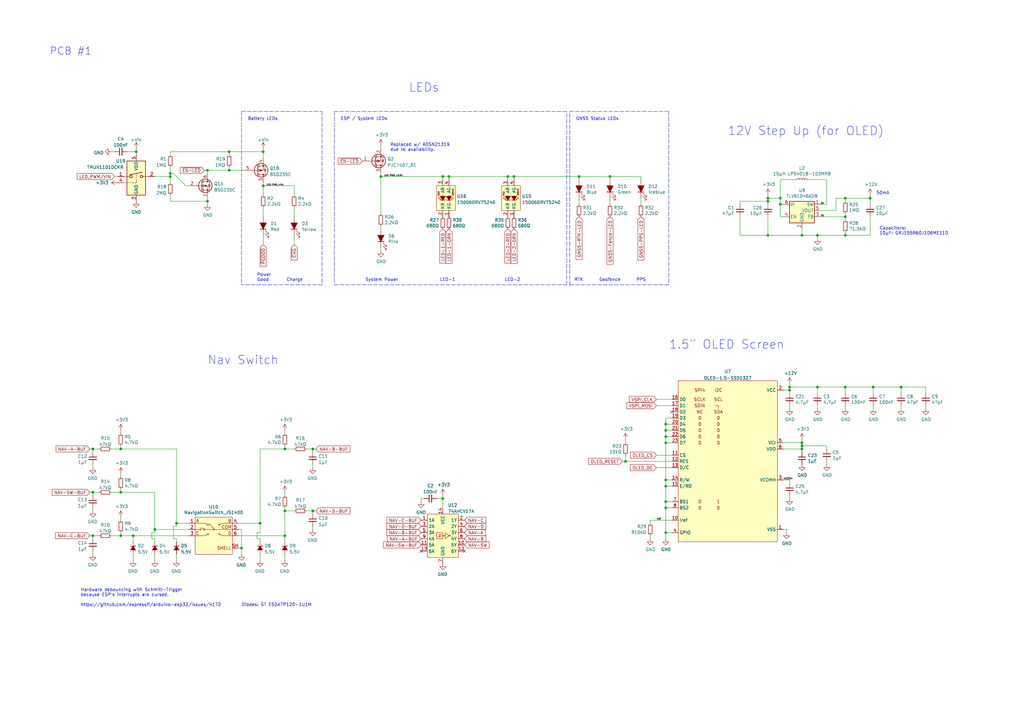
<source format=kicad_sch>
(kicad_sch (version 20211123) (generator eeschema)
  (paper "A3")
  (title_block (title "GNSS") (rev "B"))
  (junction (at 256.54 189.23))
  (junction (at 314.96 81.28))
  (junction (at 184.15 72.39))
  (junction (at 320.04 81.28))
  (junction (at 181.61 204.47))
  (junction (at 273.05 205.74))
  (junction (at 358.14 158.75))
  (junction (at 107.95 76.2))
  (junction (at 369.57 158.75))
  (junction (at 346.71 81.28))
  (junction (at 273.05 196.85))
  (junction (at 320.04 83.82))
  (junction (at 38.1 201.93))
  (junction (at 116.84 184.15))
  (junction (at 273.05 199.39))
  (junction (at 328.93 182.88))
  (junction (at 38.1 184.15))
  (junction (at 273.05 181.61))
  (junction (at 273.05 179.07))
  (junction (at 273.05 173.99))
  (junction (at 356.87 81.28))
  (junction (at 54.61 219.71))
  (junction (at 250.19 72.39))
  (junction (at 346.71 96.52))
  (junction (at 314.96 96.52))
  (junction (at 328.93 181.61))
  (junction (at 208.28 72.39))
  (junction (at 273.05 208.28))
  (junction (at 128.27 184.15))
  (junction (at 49.53 184.15))
  (junction (at 314.96 82.55))
  (junction (at 273.05 176.53))
  (junction (at 346.71 88.9))
  (junction (at 38.1 219.71))
  (junction (at 273.05 218.44))
  (junction (at 49.53 219.71))
  (junction (at 210.82 72.39))
  (junction (at 181.61 72.39))
  (junction (at 49.53 201.93))
  (junction (at 156.21 72.39))
  (junction (at 128.27 209.55))
  (junction (at 106.68 214.63))
  (junction (at 99.06 224.79))
  (junction (at 237.49 72.39))
  (junction (at 335.28 96.52))
  (junction (at 85.09 69.85))
  (junction (at 323.85 158.75))
  (junction (at 69.85 72.39))
  (junction (at 323.85 160.02))
  (junction (at 328.93 96.52))
  (junction (at 63.5 217.17))
  (junction (at 69.85 71.12))
  (junction (at 55.88 62.23))
  (junction (at 85.09 82.55))
  (junction (at 93.98 62.23))
  (junction (at 116.84 209.55))
  (junction (at 107.95 62.23))
  (junction (at 328.93 184.15))
  (junction (at 72.39 214.63))
  (junction (at 346.71 158.75))
  (junction (at 335.28 158.75))
  (junction (at 93.98 69.85))
  (junction (at 116.84 219.71))
  (no_connect (at 172.72 226.06))
  (no_connect (at 275.59 168.91))
  (no_connect (at 190.5 226.06))
  (wire (pts (xy 63.5 217.17) (xy 77.47 217.17)))
  (wire (pts (xy 208.28 72.39) (xy 208.28 73.66)))
  (wire (pts (xy 275.59 181.61) (xy 273.05 181.61)))
  (wire (pts (xy 49.53 201.93) (xy 63.5 201.93)))
  (wire (pts (xy 275.59 179.07) (xy 273.05 179.07)))
  (wire (pts (xy 335.28 158.75) (xy 346.71 158.75)))
  (wire (pts (xy 99.06 227.33) (xy 99.06 224.79)))
  (wire (pts (xy 275.59 213.36) (xy 266.7 213.36)))
  (wire (pts (xy 262.89 72.39) (xy 262.89 73.66)))
  (wire (pts (xy 107.95 85.09) (xy 107.95 88.9)))
  (wire (pts (xy 346.71 81.28) (xy 346.71 82.55)))
  (wire (pts (xy 184.15 72.39) (xy 208.28 72.39)))
  (wire (pts (xy 339.09 182.88) (xy 328.93 182.88)))
  (wire (pts (xy 256.54 186.69) (xy 256.54 189.23)))
  (wire (pts (xy 55.88 60.96) (xy 55.88 62.23)))
  (wire (pts (xy 105.41 220.98) (xy 105.41 218.44)))
  (wire (pts (xy 45.72 184.15) (xy 49.53 184.15)))
  (wire (pts (xy 275.59 199.39) (xy 273.05 199.39)))
  (wire (pts (xy 116.84 227.33) (xy 116.84 229.87)))
  (wire (pts (xy 275.59 171.45) (xy 273.05 171.45)))
  (wire (pts (xy 342.9 81.28) (xy 346.71 81.28)))
  (wire (pts (xy 314.96 81.28) (xy 320.04 81.28)))
  (wire (pts (xy 46.99 72.39) (xy 48.26 72.39)))
  (wire (pts (xy 63.5 222.25) (xy 63.5 220.98)))
  (wire (pts (xy 116.84 219.71) (xy 116.84 222.25)))
  (wire (pts (xy 369.57 167.64) (xy 369.57 166.37)))
  (wire (pts (xy 273.05 208.28) (xy 273.05 205.74)))
  (wire (pts (xy 97.79 214.63) (xy 106.68 214.63)))
  (wire (pts (xy 314.96 81.28) (xy 314.96 82.55)))
  (wire (pts (xy 106.68 222.25) (xy 106.68 220.98)))
  (wire (pts (xy 210.82 72.39) (xy 210.82 73.66)))
  (wire (pts (xy 49.53 184.15) (xy 72.39 184.15)))
  (wire (pts (xy 210.82 72.39) (xy 208.28 72.39)))
  (wire (pts (xy 45.72 62.23) (xy 46.99 62.23)))
  (wire (pts (xy 266.7 213.36) (xy 266.7 214.63)))
  (wire (pts (xy 342.9 86.36) (xy 342.9 81.28)))
  (wire (pts (xy 99.06 224.79) (xy 99.06 217.17)))
  (wire (pts (xy 38.1 184.15) (xy 38.1 185.42)))
  (wire (pts (xy 266.7 219.71) (xy 266.7 220.98)))
  (wire (pts (xy 179.07 204.47) (xy 181.61 204.47)))
  (wire (pts (xy 314.96 96.52) (xy 328.93 96.52)))
  (wire (pts (xy 273.05 171.45) (xy 273.05 173.99)))
  (wire (pts (xy 72.39 227.33) (xy 72.39 229.87)))
  (wire (pts (xy 69.85 71.12) (xy 69.85 72.39)))
  (wire (pts (xy 128.27 209.55) (xy 125.73 209.55)))
  (wire (pts (xy 156.21 72.39) (xy 181.61 72.39)))
  (wire (pts (xy 116.84 201.93) (xy 116.84 203.2)))
  (wire (pts (xy 72.39 214.63) (xy 72.39 215.9)))
  (wire (pts (xy 336.55 88.9) (xy 346.71 88.9)))
  (wire (pts (xy 358.14 167.64) (xy 358.14 166.37)))
  (wire (pts (xy 328.93 96.52) (xy 335.28 96.52)))
  (wire (pts (xy 49.53 194.31) (xy 49.53 195.58)))
  (wire (pts (xy 255.27 189.23) (xy 256.54 189.23)))
  (wire (pts (xy 38.1 184.15) (xy 36.83 184.15)))
  (wire (pts (xy 63.5 217.17) (xy 63.5 218.44)))
  (wire (pts (xy 40.64 184.15) (xy 38.1 184.15)))
  (wire (pts (xy 38.1 201.93) (xy 36.83 201.93)))
  (wire (pts (xy 339.09 184.15) (xy 339.09 182.88)))
  (wire (pts (xy 328.93 184.15) (xy 328.93 185.42)))
  (polyline (pts (xy 233.68 116.84) (xy 274.32 116.84)))
  (wire (pts (xy 275.59 176.53) (xy 273.05 176.53)))
  (wire (pts (xy 54.61 219.71) (xy 77.47 219.71)))
  (wire (pts (xy 85.09 82.55) (xy 85.09 81.28)))
  (wire (pts (xy 62.23 220.98) (xy 62.23 218.44)))
  (wire (pts (xy 328.93 182.88) (xy 328.93 184.15)))
  (wire (pts (xy 346.71 167.64) (xy 346.71 166.37)))
  (wire (pts (xy 181.61 203.2) (xy 181.61 204.47)))
  (wire (pts (xy 356.87 81.28) (xy 356.87 83.82)))
  (wire (pts (xy 38.1 209.55) (xy 38.1 208.28)))
  (wire (pts (xy 346.71 96.52) (xy 346.71 95.25)))
  (wire (pts (xy 346.71 88.9) (xy 346.71 87.63)))
  (wire (pts (xy 54.61 219.71) (xy 49.53 219.71)))
  (wire (pts (xy 336.55 86.36) (xy 342.9 86.36)))
  (wire (pts (xy 106.68 220.98) (xy 105.41 220.98)))
  (polyline (pts (xy 233.68 45.72) (xy 274.32 45.72)))
  (wire (pts (xy 335.28 167.64) (xy 335.28 166.37)))
  (wire (pts (xy 69.85 68.58) (xy 69.85 71.12)))
  (polyline (pts (xy 132.08 116.84) (xy 99.06 116.84)))
  (polyline (pts (xy 99.06 45.72) (xy 99.06 116.84)))
  (wire (pts (xy 107.95 76.2) (xy 107.95 80.01)))
  (wire (pts (xy 323.85 158.75) (xy 323.85 160.02)))
  (wire (pts (xy 93.98 68.58) (xy 93.98 69.85)))
  (wire (pts (xy 85.09 69.85) (xy 85.09 71.12)))
  (wire (pts (xy 128.27 184.15) (xy 129.54 184.15)))
  (polyline (pts (xy 99.06 45.72) (xy 132.08 45.72)))
  (wire (pts (xy 335.28 96.52) (xy 346.71 96.52)))
  (wire (pts (xy 323.85 167.64) (xy 323.85 166.37)))
  (polyline (pts (xy 232.41 116.84) (xy 232.41 45.72)))
  (wire (pts (xy 107.95 74.93) (xy 107.95 76.2)))
  (wire (pts (xy 116.84 209.55) (xy 116.84 219.71)))
  (wire (pts (xy 63.5 227.33) (xy 63.5 229.87)))
  (wire (pts (xy 172.72 204.47) (xy 172.72 205.74)))
  (wire (pts (xy 356.87 96.52) (xy 346.71 96.52)))
  (wire (pts (xy 116.84 177.8) (xy 116.84 176.53)))
  (wire (pts (xy 314.96 82.55) (xy 314.96 83.82)))
  (wire (pts (xy 106.68 184.15) (xy 106.68 214.63)))
  (wire (pts (xy 275.59 173.99) (xy 273.05 173.99)))
  (wire (pts (xy 184.15 72.39) (xy 181.61 72.39)))
  (wire (pts (xy 323.85 204.47) (xy 323.85 203.2)))
  (wire (pts (xy 323.85 160.02) (xy 323.85 161.29)))
  (wire (pts (xy 120.65 85.09) (xy 120.65 88.9)))
  (wire (pts (xy 356.87 88.9) (xy 356.87 96.52)))
  (wire (pts (xy 273.05 205.74) (xy 275.59 205.74)))
  (wire (pts (xy 120.65 76.2) (xy 120.65 80.01)))
  (wire (pts (xy 358.14 158.75) (xy 358.14 161.29)))
  (wire (pts (xy 63.5 220.98) (xy 62.23 220.98)))
  (wire (pts (xy 106.68 214.63) (xy 106.68 218.44)))
  (wire (pts (xy 379.73 158.75) (xy 379.73 161.29)))
  (wire (pts (xy 125.73 184.15) (xy 128.27 184.15)))
  (wire (pts (xy 55.88 62.23) (xy 55.88 63.5)))
  (wire (pts (xy 273.05 181.61) (xy 273.05 196.85)))
  (wire (pts (xy 128.27 215.9) (xy 128.27 217.17)))
  (wire (pts (xy 250.19 81.28) (xy 250.19 83.82)))
  (wire (pts (xy 173.99 204.47) (xy 172.72 204.47)))
  (polyline (pts (xy 274.32 45.72) (xy 274.32 116.84)))
  (wire (pts (xy 156.21 92.71) (xy 156.21 93.98)))
  (wire (pts (xy 256.54 189.23) (xy 275.59 189.23)))
  (wire (pts (xy 93.98 62.23) (xy 107.95 62.23)))
  (wire (pts (xy 339.09 83.82) (xy 339.09 73.66)))
  (wire (pts (xy 71.12 220.98) (xy 71.12 215.9)))
  (wire (pts (xy 184.15 72.39) (xy 184.15 73.66)))
  (wire (pts (xy 69.85 71.12) (xy 71.12 71.12)))
  (wire (pts (xy 273.05 173.99) (xy 273.05 176.53)))
  (wire (pts (xy 72.39 184.15) (xy 72.39 214.63)))
  (wire (pts (xy 321.31 83.82) (xy 320.04 83.82)))
  (wire (pts (xy 379.73 167.64) (xy 379.73 166.37)))
  (polyline (pts (xy 132.08 45.72) (xy 132.08 116.84)))
  (wire (pts (xy 262.89 81.28) (xy 262.89 83.82)))
  (wire (pts (xy 106.68 184.15) (xy 116.84 184.15)))
  (polyline (pts (xy 232.41 45.72) (xy 137.16 45.72)))
  (wire (pts (xy 69.85 62.23) (xy 69.85 63.5)))
  (wire (pts (xy 303.53 82.55) (xy 314.96 82.55)))
  (wire (pts (xy 322.58 218.44) (xy 322.58 217.17)))
  (wire (pts (xy 116.84 182.88) (xy 116.84 184.15)))
  (wire (pts (xy 237.49 72.39) (xy 250.19 72.39)))
  (wire (pts (xy 328.93 96.52) (xy 328.93 93.98)))
  (wire (pts (xy 72.39 220.98) (xy 71.12 220.98)))
  (wire (pts (xy 128.27 209.55) (xy 128.27 210.82)))
  (wire (pts (xy 237.49 72.39) (xy 237.49 73.66)))
  (wire (pts (xy 128.27 209.55) (xy 129.54 209.55)))
  (wire (pts (xy 156.21 59.69) (xy 156.21 60.96)))
  (wire (pts (xy 97.79 219.71) (xy 116.84 219.71)))
  (wire (pts (xy 369.57 158.75) (xy 369.57 161.29)))
  (wire (pts (xy 105.41 218.44) (xy 106.68 218.44)))
  (wire (pts (xy 273.05 179.07) (xy 273.05 181.61)))
  (wire (pts (xy 323.85 157.48) (xy 323.85 158.75)))
  (wire (pts (xy 273.05 199.39) (xy 273.05 205.74)))
  (wire (pts (xy 40.64 219.71) (xy 38.1 219.71)))
  (wire (pts (xy 273.05 220.98) (xy 273.05 218.44)))
  (wire (pts (xy 210.82 72.39) (xy 237.49 72.39)))
  (wire (pts (xy 120.65 96.52) (xy 120.65 100.33)))
  (wire (pts (xy 38.1 219.71) (xy 38.1 220.98)))
  (wire (pts (xy 250.19 72.39) (xy 262.89 72.39)))
  (wire (pts (xy 83.82 69.85) (xy 85.09 69.85)))
  (wire (pts (xy 256.54 180.34) (xy 256.54 181.61)))
  (wire (pts (xy 45.72 219.71) (xy 49.53 219.71)))
  (polyline (pts (xy 137.16 45.72) (xy 137.16 116.84)))
  (wire (pts (xy 69.85 82.55) (xy 69.85 80.01)))
  (wire (pts (xy 128.27 184.15) (xy 128.27 185.42)))
  (wire (pts (xy 275.59 218.44) (xy 273.05 218.44)))
  (wire (pts (xy 54.61 219.71) (xy 54.61 222.25)))
  (wire (pts (xy 54.61 227.33) (xy 54.61 229.87)))
  (wire (pts (xy 336.55 83.82) (xy 339.09 83.82)))
  (wire (pts (xy 99.06 224.79) (xy 97.79 224.79)))
  (wire (pts (xy 346.71 158.75) (xy 346.71 161.29)))
  (wire (pts (xy 38.1 227.33) (xy 38.1 226.06)))
  (wire (pts (xy 40.64 201.93) (xy 38.1 201.93)))
  (wire (pts (xy 38.1 201.93) (xy 38.1 203.2)))
  (wire (pts (xy 303.53 83.82) (xy 303.53 82.55)))
  (wire (pts (xy 335.28 158.75) (xy 335.28 161.29)))
  (wire (pts (xy 76.2 76.2) (xy 77.47 76.2)))
  (wire (pts (xy 49.53 200.66) (xy 49.53 201.93)))
  (wire (pts (xy 49.53 182.88) (xy 49.53 184.15)))
  (wire (pts (xy 269.24 191.77) (xy 275.59 191.77)))
  (wire (pts (xy 49.53 212.09) (xy 49.53 213.36)))
  (wire (pts (xy 303.53 88.9) (xy 303.53 96.52)))
  (wire (pts (xy 63.5 201.93) (xy 63.5 217.17)))
  (wire (pts (xy 269.24 186.69) (xy 275.59 186.69)))
  (wire (pts (xy 128.27 191.77) (xy 128.27 190.5)))
  (wire (pts (xy 269.24 163.83) (xy 275.59 163.83)))
  (wire (pts (xy 321.31 160.02) (xy 323.85 160.02)))
  (wire (pts (xy 273.05 208.28) (xy 275.59 208.28)))
  (wire (pts (xy 93.98 69.85) (xy 100.33 69.85)))
  (wire (pts (xy 38.1 219.71) (xy 36.83 219.71)))
  (wire (pts (xy 63.5 72.39) (xy 69.85 72.39)))
  (wire (pts (xy 106.68 227.33) (xy 106.68 229.87)))
  (wire (pts (xy 273.05 196.85) (xy 273.05 199.39)))
  (wire (pts (xy 322.58 217.17) (xy 321.31 217.17)))
  (polyline (pts (xy 233.68 116.84) (xy 233.68 45.72)))
  (wire (pts (xy 275.59 166.37) (xy 269.24 166.37)))
  (wire (pts (xy 358.14 158.75) (xy 369.57 158.75)))
  (wire (pts (xy 320.04 88.9) (xy 320.04 83.82)))
  (wire (pts (xy 346.71 81.28) (xy 356.87 81.28)))
  (wire (pts (xy 107.95 76.2) (xy 120.65 76.2)))
  (wire (pts (xy 273.05 218.44) (xy 273.05 208.28)))
  (wire (pts (xy 237.49 81.28) (xy 237.49 83.82)))
  (wire (pts (xy 120.65 184.15) (xy 116.84 184.15)))
  (wire (pts (xy 314.96 80.01) (xy 314.96 81.28)))
  (wire (pts (xy 323.85 158.75) (xy 335.28 158.75)))
  (wire (pts (xy 38.1 191.77) (xy 38.1 190.5)))
  (wire (pts (xy 273.05 176.53) (xy 273.05 179.07)))
  (wire (pts (xy 320.04 73.66) (xy 326.39 73.66)))
  (wire (pts (xy 49.53 218.44) (xy 49.53 219.71)))
  (wire (pts (xy 85.09 69.85) (xy 93.98 69.85)))
  (wire (pts (xy 72.39 222.25) (xy 72.39 220.98)))
  (wire (pts (xy 116.84 209.55) (xy 120.65 209.55)))
  (wire (pts (xy 328.93 181.61) (xy 328.93 182.88)))
  (wire (pts (xy 250.19 72.39) (xy 250.19 73.66)))
  (wire (pts (xy 181.61 204.47) (xy 181.61 208.28)))
  (wire (pts (xy 323.85 196.85) (xy 321.31 196.85)))
  (wire (pts (xy 156.21 71.12) (xy 156.21 72.39)))
  (wire (pts (xy 107.95 60.96) (xy 107.95 62.23)))
  (wire (pts (xy 346.71 88.9) (xy 346.71 90.17)))
  (wire (pts (xy 93.98 63.5) (xy 93.98 62.23)))
  (wire (pts (xy 181.61 72.39) (xy 181.61 73.66)))
  (wire (pts (xy 156.21 101.6) (xy 156.21 102.87)))
  (wire (pts (xy 314.96 88.9) (xy 314.96 96.52)))
  (wire (pts (xy 346.71 158.75) (xy 358.14 158.75)))
  (wire (pts (xy 71.12 215.9) (xy 72.39 215.9)))
  (wire (pts (xy 69.85 62.23) (xy 93.98 62.23)))
  (wire (pts (xy 45.72 201.93) (xy 49.53 201.93)))
  (wire (pts (xy 275.59 196.85) (xy 273.05 196.85)))
  (wire (pts (xy 107.95 62.23) (xy 107.95 64.77)))
  (wire (pts (xy 356.87 81.28) (xy 356.87 80.01)))
  (wire (pts (xy 321.31 88.9) (xy 320.04 88.9)))
  (wire (pts (xy 320.04 83.82) (xy 320.04 81.28)))
  (wire (pts (xy 49.53 176.53) (xy 49.53 177.8)))
  (wire (pts (xy 62.23 218.44) (xy 63.5 218.44)))
  (wire (pts (xy 320.04 73.66) (xy 320.04 81.28)))
  (wire (pts (xy 328.93 181.61) (xy 328.93 180.34)))
  (wire (pts (xy 85.09 83.82) (xy 85.09 82.55)))
  (wire (pts (xy 369.57 158.75) (xy 379.73 158.75)))
  (wire (pts (xy 99.06 217.17) (xy 97.79 217.17)))
  (wire (pts (xy 107.95 96.52) (xy 107.95 100.33)))
  (wire (pts (xy 339.09 73.66) (xy 331.47 73.66)))
  (wire (pts (xy 321.31 181.61) (xy 328.93 181.61)))
  (wire (pts (xy 335.28 97.79) (xy 335.28 96.52)))
  (wire (pts (xy 303.53 96.52) (xy 314.96 96.52)))
  (wire (pts (xy 69.85 82.55) (xy 85.09 82.55)))
  (wire (pts (xy 323.85 198.12) (xy 323.85 196.85)))
  (polyline (pts (xy 137.16 116.84) (xy 232.41 116.84)))
  (wire (pts (xy 76.2 76.2) (xy 71.12 71.12)))
  (wire (pts (xy 156.21 72.39) (xy 156.21 87.63)))
  (wire (pts (xy 339.09 189.23) (xy 339.09 190.5)))
  (wire (pts (xy 321.31 184.15) (xy 328.93 184.15)))
  (wire (pts (xy 69.85 72.39) (xy 69.85 74.93)))
  (wire (pts (xy 72.39 214.63) (xy 77.47 214.63)))
  (wire (pts (xy 116.84 208.28) (xy 116.84 209.55)))
  (wire (pts (xy 52.07 62.23) (xy 55.88 62.23)))
  (text "Hardware debouncing with Schmitt-Trigger\nbecause ESP's interrupts are cursed.\n\nhttps://github.com/espressif/arduino-esp32/issues/4172" (at 33.02 248.92 0) (effects (font (size 1.27 1.27)) (justify left bottom)))
  (text "Nav Switch" (at 85.09 149.86 0) (effects (font (size 3.5052 3.5052)) (justify left bottom)))
  (text "PCB #1" (at 20.32 22.86 0) (effects (font (size 3 3)) (justify left bottom)))
  (text "ESP / System LEDs" (at 139.7 49.53 0) (effects (font (size 1.27 1.27)) (justify left bottom)))
  (text "PPS" (at 260.985 115.57 0) (effects (font (size 1.27 1.27)) (justify left bottom)))
  (text "1.5” OLED Screen" (at 274.32 143.51 0) (effects (font (size 3.5052 3.5052)) (justify left bottom)))
  (text "RTK" (at 235.585 115.57 0) (effects (font (size 1.27 1.27)) (justify left bottom)))
  (text "System Power" (at 149.86 115.57 0) (effects (font (size 1.27 1.27)) (justify left bottom)))
  (text "Diodes: ST ESDA7P120-1U1M" (at 99.06 248.92 0) (effects (font (size 1.27 1.27)) (justify left bottom)))
  (text "50mA" (at 359.41 80.01 0) (effects (font (size 1.27 1.27)) (justify left bottom)))
  (text "Replaced w/ AOSN21319\ndue to availability." (at 160.02 62.23 0) (effects (font (size 1.27 1.27)) (justify left bottom)))
  (text "12V Step Up (for OLED)" (at 298.45 55.88 0) (effects (font (size 3.5052 3.5052)) (justify left bottom)))
  (text "Battery LEDs" (at 101.6 49.53 0) (effects (font (size 1.27 1.27)) (justify left bottom)))
  (text "Power\nGood" (at 105.41 115.57 0) (effects (font (size 1.27 1.27)) (justify left bottom)))
  (text "Charge" (at 117.475 115.57 0) (effects (font (size 1.27 1.27)) (justify left bottom)))
  (text "GNSS Status LEDs" (at 236.22 49.53 0) (effects (font (size 1.27 1.27)) (justify left bottom)))
  (text "Capacitors:\n10µF: GRJ155R60J106ME11D" (at 360.68 96.52 0) (effects (font (size 1.27 1.27)) (justify left bottom)))
  (text "LEDs" (at 167.64 38.1 0) (effects (font (size 3.5052 3.5052)) (justify left bottom)))
  (text "Geofence" (at 245.745 115.57 0) (effects (font (size 1.27 1.27)) (justify left bottom)))
  (text "LED-1" (at 180.34 115.57 0) (effects (font (size 1.27 1.27)) (justify left bottom)))
  (text "LED-2" (at 207.01 115.57 0) (effects (font (size 1.27 1.27)) (justify left bottom)))
  (label "Iref" (at 269.24 213.36 0) (effects (font (size 0.7112 0.7112))))
  (label "VCOMH" (at 321.31 196.85 0) (effects (font (size 0.7112 0.7112))))
  (label "LED-PWM_+Vin" (at 109.22 76.2 0) (effects (font (size 0.6 0.6))))
  (label "SW" (at 336.55 83.82 0) (effects (font (size 0.6 0.6))))
  (label "FB" (at 336.55 88.9 0) (effects (font (size 0.6 0.6))))
  (label "LED-PWM_+3.3V" (at 157.48 72.39 0) (effects (font (size 0.6 0.6))))
  (global_label "LED-2-GRN" (shape input) (at 210.82 93.98 270) (property "Intersheet References" "${INTERSHEET_REFS}" (effects hide)))
  (global_label "GNSS-Fence-LED" (shape input) (at 250.19 88.9 270) (property "Intersheet References" "${INTERSHEET_REFS}" (effects hide)))
  (global_label "NAV-B-BUF" (shape input) (at 172.72 218.44 180) (property "Intersheet References" "${INTERSHEET_REFS}" (effects hide)))
  (global_label "~{CHG}" (shape input) (at 120.65 100.33 270) (property "Intersheet References" "${INTERSHEET_REFS}" (effects hide)))
  (global_label "NAV-B" (shape input) (at 190.5 220.98 0) (property "Intersheet References" "${INTERSHEET_REFS}" (effects hide)))
  (global_label "NAV-D" (shape input) (at 190.5 215.9 0) (property "Intersheet References" "${INTERSHEET_REFS}" (effects hide)))
  (global_label "GNSS-PPS-LED" (shape input) (at 262.89 88.9 270) (property "Intersheet References" "${INTERSHEET_REFS}" (effects hide)))
  (global_label "NAV-D-BUF" (shape input) (at 129.54 209.55 0) (property "Intersheet References" "${INTERSHEET_REFS}" (effects hide)))
  (global_label "NAV-D-BUF" (shape input) (at 172.72 215.9 180) (property "Intersheet References" "${INTERSHEET_REFS}" (effects hide)))
  (global_label "NAV-A-BUF" (shape input) (at 36.83 184.15 180) (property "Intersheet References" "${INTERSHEET_REFS}" (effects hide)))
  (global_label "NAV-C" (shape input) (at 190.5 213.36 0) (property "Intersheet References" "${INTERSHEET_REFS}" (effects hide)))
  (global_label "GNSS-RTK-LED" (shape input) (at 237.49 88.9 270) (property "Intersheet References" "${INTERSHEET_REFS}" (effects hide)))
  (global_label "NAV-SW-BUF" (shape input) (at 172.72 223.52 180) (property "Intersheet References" "${INTERSHEET_REFS}" (effects hide)))
  (global_label "OLED_RESET" (shape input) (at 255.27 189.23 180) (property "Intersheet References" "${INTERSHEET_REFS}" (effects hide)))
  (global_label "~{EN-LED}" (shape input) (at 83.82 69.85 180) (property "Intersheet References" "${INTERSHEET_REFS}" (effects hide)))
  (global_label "OLED_CS" (shape input) (at 269.24 186.69 180) (property "Intersheet References" "${INTERSHEET_REFS}" (effects hide)))
  (global_label "VSPI_CLK" (shape input) (at 269.24 163.83 180) (property "Intersheet References" "${INTERSHEET_REFS}" (effects hide)))
  (global_label "LED-1-GRN" (shape input) (at 184.15 93.98 270) (property "Intersheet References" "${INTERSHEET_REFS}" (effects hide)))
  (global_label "VSPI_MOSI" (shape input) (at 269.24 166.37 180) (property "Intersheet References" "${INTERSHEET_REFS}" (effects hide)))
  (global_label "NAV-C-BUF" (shape input) (at 36.83 219.71 180) (property "Intersheet References" "${INTERSHEET_REFS}" (effects hide)))
  (global_label "NAV-A-BUF" (shape input) (at 172.72 220.98 180) (property "Intersheet References" "${INTERSHEET_REFS}" (effects hide)))
  (global_label "NAV-C-BUF" (shape input) (at 172.72 213.36 180) (property "Intersheet References" "${INTERSHEET_REFS}" (effects hide)))
  (global_label "OLED_DC" (shape input) (at 269.24 191.77 180) (property "Intersheet References" "${INTERSHEET_REFS}" (effects hide)))
  (global_label "NAV-B-BUF" (shape input) (at 129.54 184.15 0) (property "Intersheet References" "${INTERSHEET_REFS}" (effects hide)))
  (global_label "LED-1-RED" (shape input) (at 181.61 93.98 270) (property "Intersheet References" "${INTERSHEET_REFS}" (effects hide)))
  (global_label "NAV-A" (shape input) (at 190.5 218.44 0) (property "Intersheet References" "${INTERSHEET_REFS}" (effects hide)))
  (global_label "~{EN-LED}" (shape input) (at 148.59 66.04 180) (property "Intersheet References" "${INTERSHEET_REFS}" (effects hide)))
  (global_label "NAV-SW-BUF" (shape input) (at 36.83 201.93 180) (property "Intersheet References" "${INTERSHEET_REFS}" (effects hide)))
  (global_label "~{PGOOD}" (shape input) (at 107.95 100.33 270) (property "Intersheet References" "${INTERSHEET_REFS}" (effects hide)))
  (global_label "NAV-SW" (shape input) (at 190.5 223.52 0) (property "Intersheet References" "${INTERSHEET_REFS}" (effects hide)))
  (global_label "LED_PWM{slash}VIN" (shape input) (at 46.99 72.39 180) (property "Intersheet References" "${INTERSHEET_REFS}" (effects hide)))
  (global_label "LED-2-RED" (shape input) (at 208.28 93.98 270) (property "Intersheet References" "${INTERSHEET_REFS}" (effects hide)))
  (symbol (lib_id "Device:R_Small") (at 262.89 86.36 0) (unit 1)
    (property "Reference" "R32" (at 264.3886 85.1916 0) (effects (justify left)))
    (property "Value" "2.2kΩ" (at 264.3886 87.503 0) (effects (justify left)))
    (property "Footprint" "Franz-Lib:R_0402_1005Metric_NoSilk" (effects hide))
  )
  (symbol (lib_id "power:GND") (at 273.05 220.98 0) (unit 1)
    (property "Reference" "#PWR0136" (effects hide))
    (property "Value" "GND" (at 273.177 225.3742 0))
  )
  (symbol (lib_id "Device:R_Small") (at 93.98 66.04 0) (mirror x) (unit 1)
    (property "Reference" "R19" (at 92.4814 65.2053 0) (effects (justify right)))
    (property "Value" "1MΩ" (at 92.4814 67.7422 0) (effects (justify right)))
    (property "Footprint" "Franz-Lib:R_0402_1005Metric_NoSilk" (effects hide))
  )
  (symbol (lib_id "power:GND") (at 38.1 227.33 0) (mirror y) (unit 1)
    (property "Reference" "#PWR?" (effects hide))
    (property "Value" "GND" (at 37.973 231.7242 0))
  )
  (symbol (lib_id "Device:R_Small") (at 116.84 205.74 0) (mirror x) (unit 1)
    (property "Reference" "R7" (at 115.3414 204.5716 0) (effects (justify right)))
    (property "Value" "4.7kΩ" (at 115.3414 206.883 0) (effects (justify right)))
    (property "Footprint" "Franz-Lib:R_0402_1005Metric_NoSilk" (effects hide))
  )
  (symbol (lib_id "power:GND") (at 335.28 167.64 0) (unit 1)
    (property "Reference" "#PWR0144" (effects hide))
    (property "Value" "GND" (at 335.407 172.0342 0))
  )
  (symbol (lib_id "Device:C_Small") (at 128.27 213.36 0) (mirror y) (unit 1)
    (property "Reference" "C10" (at 130.5941 212.5316 0) (effects (justify right)))
    (property "Value" "1µF" (at 130.5941 215.0685 0) (effects (justify right)))
    (property "Footprint" "Franz-Lib:C_0402_1005Metric_NoSilk" (effects hide))
  )
  (symbol (lib_id "power:GND") (at 323.85 167.64 0) (unit 1)
    (property "Reference" "#PWR0139" (effects hide))
    (property "Value" "GND" (at 323.977 172.0342 0))
  )
  (symbol (lib_id "power:GND") (at 323.85 204.47 0) (unit 1)
    (property "Reference" "#PWR0140" (effects hide))
    (property "Value" "GND" (at 323.977 208.8642 0))
  )
  (symbol (lib_id "Device:C_Small") (at 49.53 62.23 90) (unit 1)
    (property "Reference" "C4" (at 49.5363 56.9681 90))
    (property "Value" "100nF" (at 49.5363 59.505 90))
    (property "Footprint" "Franz-Lib:C_0402_1005Metric_NoSilk" (effects hide))
  )
  (symbol (lib_id "Device:C_Small") (at 356.87 86.36 0) (unit 1)
    (property "Reference" "C27" (at 359.2068 85.1916 0) (effects (justify left)))
    (property "Value" "10µF" (at 359.2068 87.503 0) (effects (justify left)))
    (property "Footprint" "Franz-Lib:C_1206_3216Metric_NoSilk" (effects hide))
  )
  (symbol (lib_id "Franz-Lib:TVS_Small_Filled_Unidirectional") (at 106.68 224.79 270) (unit 1)
    (property "Reference" "D8" (at 108.458 223.8283 90) (effects (justify left)))
    (property "Value" "5.5V" (at 108.458 226.3652 90) (effects (justify left)))
    (property "Footprint" "Franz-Lib:ST_QFN1610_1_NoSilk" (effects hide))
    (property "Datasheet" "https://www.mouser.de/datasheet/2/389/dm00359316-1799152.pdf" (effects hide))
  )
  (symbol (lib_id "power:GND") (at 322.58 218.44 0) (unit 1)
    (property "Reference" "#PWR0156" (effects hide))
    (property "Value" "GND" (at 322.707 222.8342 0))
  )
  (symbol (lib_id "Device:C_Small") (at 303.53 86.36 0) (mirror x) (unit 1)
    (property "Reference" "C1" (at 301.1932 85.1916 0) (effects (justify right)))
    (property "Value" "47µF" (at 301.1932 87.503 0) (effects (justify right)))
    (property "Footprint" "Franz-Lib:C_1206_3216Metric_NoSilk" (effects hide))
  )
  (symbol (lib_id "Device:LED_ALT") (at 156.21 97.79 90) (unit 1)
    (property "Reference" "D6" (at 159.2072 96.7994 90) (effects (justify right)))
    (property "Value" "Pink" (at 159.2072 99.1108 90) (effects (justify right)))
    (property "Footprint" "Franz-Lib:LED_0603_1608Metric_SmallSilk" (effects hide))
  )
  (symbol (lib_id "Franz-Lib:TVS_Small_Filled_Unidirectional") (at 72.39 224.79 270) (unit 1)
    (property "Reference" "D5" (at 74.168 223.8283 90) (effects (justify left)))
    (property "Value" "5.5V" (at 74.168 226.3652 90) (effects (justify left)))
    (property "Footprint" "Franz-Lib:ST_QFN1610_1_NoSilk" (effects hide))
    (property "Datasheet" "https://www.mouser.de/datasheet/2/389/dm00359316-1799152.pdf" (effects hide))
  )
  (symbol (lib_id "power:GND") (at 116.84 229.87 0) (mirror y) (unit 1)
    (property "Reference" "#PWR0123" (effects hide))
    (property "Value" "GND" (at 116.713 234.2642 0))
  )
  (symbol (lib_id "power:GND") (at 181.61 231.14 0) (mirror y) (unit 1)
    (property "Reference" "#PWR0101" (effects hide))
    (property "Value" "GND" (at 181.483 235.5342 0))
  )
  (symbol (lib_id "power:GND") (at 358.14 167.64 0) (unit 1)
    (property "Reference" "#PWR0129" (effects hide))
    (property "Value" "GND" (at 358.267 172.0342 0))
  )
  (symbol (lib_id "power:+3.3V") (at 116.84 176.53 0) (unit 1)
    (property "Reference" "#PWR?" (effects hide))
    (property "Value" "+3.3V" (at 117.221 172.1358 0))
  )
  (symbol (lib_id "power:GND") (at 38.1 209.55 0) (mirror y) (unit 1)
    (property "Reference" "#PWR?" (effects hide))
    (property "Value" "GND" (at 37.973 213.9442 0))
  )
  (symbol (lib_id "Device:C_Small") (at 38.1 187.96 0) (unit 1)
    (property "Reference" "C12" (at 35.7759 187.1316 0) (effects (justify right)))
    (property "Value" "1µF" (at 35.7759 189.6685 0) (effects (justify right)))
    (property "Footprint" "Franz-Lib:C_0402_1005Metric_NoSilk" (effects hide))
  )
  (symbol (lib_id "Franz-Lib:TVS_Small_Filled_Unidirectional") (at 116.84 224.79 270) (unit 1)
    (property "Reference" "D9" (at 118.618 223.8283 90) (effects (justify left)))
    (property "Value" "5.5V" (at 118.618 226.3652 90) (effects (justify left)))
    (property "Footprint" "Franz-Lib:ST_QFN1610_1_NoSilk" (effects hide))
    (property "Datasheet" "https://www.mouser.de/datasheet/2/389/dm00359316-1799152.pdf" (effects hide))
  )
  (symbol (lib_id "Transistor_FET:BSD235C") (at 105.41 69.85 0) (unit 2)
    (property "Reference" "Q1" (at 110.617 69.0153 0) (effects (justify left)))
    (property "Value" "BSD235C" (at 110.617 71.5522 0) (effects (justify left)))
    (property "Footprint" "Package_TO_SOT_SMD:SOT-363_SC-70-6" (effects hide))
    (property "Datasheet" "https://www.infineon.com/dgdl/Infineon-BSD235C-DS-v02_04-EN.pdf?fileId=db3a30433580b371013585a2d0d53326" (effects hide))
  )
  (symbol (lib_id "Device:R_Small") (at 346.71 92.71 0) (unit 1)
    (property "Reference" "R28" (at 348.2086 91.5416 0) (effects (justify left)))
    (property "Value" "71.5kΩ" (at 348.2086 93.853 0) (effects (justify left)))
    (property "Footprint" "Franz-Lib:R_0402_1005Metric_NoSilk" (effects hide))
  )
  (symbol (lib_id "power:+12V") (at 323.85 157.48 0) (unit 1)
    (property "Reference" "#PWR0137" (effects hide))
    (property "Value" "+12V" (at 324.231 153.0858 0))
  )
  (symbol (lib_id "power:+3.3V") (at 116.84 201.93 0) (unit 1)
    (property "Reference" "#PWR?" (effects hide))
    (property "Value" "+3.3V" (at 117.221 197.5358 0))
  )
  (symbol (lib_id "power:+3.3V") (at 49.53 194.31 0) (unit 1)
    (property "Reference" "#PWR?" (effects hide))
    (property "Value" "+3.3V" (at 49.911 189.9158 0))
  )
  (symbol (lib_id "Device:C_Small") (at 38.1 205.74 0) (unit 1)
    (property "Reference" "C13" (at 35.7759 204.9116 0) (effects (justify right)))
    (property "Value" "1µF" (at 35.7759 207.4485 0) (effects (justify right)))
    (property "Footprint" "Franz-Lib:C_0402_1005Metric_NoSilk" (effects hide))
  )
  (symbol (lib_id "Franz-Lib:150060RV75240") (at 182.88 81.28 90) (unit 1)
    (property "Reference" "U16" (at 187.4012 80.4453 90) (effects (justify right)))
    (property "Value" "150060RV75240" (at 187.4012 82.9822 90) (effects (justify right)))
    (property "Footprint" "Franz-Lib:150060RV75240_Smaller" (effects hide))
    (property "Datasheet" "https://www.mouser.de/datasheet/2/445/150060RV75240-1714358.pdf" (effects hide))
  )
  (symbol (lib_id "Franz-Lib:TVS_Small_Filled_Unidirectional") (at 63.5 224.79 270) (unit 1)
    (property "Reference" "D4" (at 65.278 223.8283 90) (effects (justify left)))
    (property "Value" "5.5V" (at 65.278 226.3652 90) (effects (justify left)))
    (property "Footprint" "Franz-Lib:ST_QFN1610_1_NoSilk" (effects hide))
    (property "Datasheet" "https://www.mouser.de/datasheet/2/389/dm00359316-1799152.pdf" (effects hide))
  )
  (symbol (lib_id "power:GND") (at 99.06 227.33 0) (mirror y) (unit 1)
    (property "Reference" "#PWR0147" (effects hide))
    (property "Value" "GND" (at 98.933 231.7242 0))
  )
  (symbol (lib_id "Device:R_Small") (at 237.49 86.36 0) (unit 1)
    (property "Reference" "R31" (at 238.9886 85.1916 0) (effects (justify left)))
    (property "Value" "2.2kΩ" (at 238.9886 87.503 0) (effects (justify left)))
    (property "Footprint" "Franz-Lib:R_0402_1005Metric_NoSilk" (effects hide))
  )
  (symbol (lib_id "Device:C_Small") (at 346.71 163.83 0) (unit 1)
    (property "Reference" "C6" (at 349.0468 162.6616 0) (effects (justify left)))
    (property "Value" "100nF" (at 349.0468 164.973 0) (effects (justify left)))
    (property "Footprint" "Franz-Lib:C_0603_1608Metric_NoSilk" (effects hide))
  )
  (symbol (lib_id "Franz-Lib:OLED-1.5-SSD1327") (at 298.45 187.96 0) (unit 1)
    (property "Reference" "U7" (at 298.45 152.2943 0))
    (property "Value" "OLED-1.5-SSD1327" (at 298.45 155.0694 0))
    (property "Footprint" "Franz-Lib:OLED_SSD1327_1.5" (effects hide))
    (property "Datasheet" "https://www.waveshare.com/w/upload/c/c3/1.5inch_OLED_Specification.pdf" (effects hide))
  )
  (symbol (lib_id "Device:R_Small") (at 123.19 184.15 90) (unit 1)
    (property "Reference" "R16" (at 123.19 179.7136 90))
    (property "Value" "47kΩ" (at 123.19 182.2505 90))
    (property "Footprint" "Franz-Lib:R_0402_1005Metric_NoSilk" (effects hide))
  )
  (symbol (lib_id "Device:LED_ALT") (at 250.19 77.47 90) (unit 1)
    (property "Reference" "D10" (at 253.1872 76.4794 90) (effects (justify right)))
    (property "Value" "Green" (at 253.1872 78.7908 90) (effects (justify right)))
    (property "Footprint" "Franz-Lib:LED_0603_1608Metric_SmallSilk" (effects hide))
  )
  (symbol (lib_id "Device:R_Small") (at 123.19 209.55 90) (unit 1)
    (property "Reference" "R17" (at 123.19 205.1136 90))
    (property "Value" "47kΩ" (at 123.19 207.6505 90))
    (property "Footprint" "Franz-Lib:R_0402_1005Metric_NoSilk" (effects hide))
  )
  (symbol (lib_id "power:GND") (at 339.09 190.5 0) (unit 1)
    (property "Reference" "#PWR0146" (effects hide))
    (property "Value" "GND" (at 339.217 194.8942 0))
  )
  (symbol (lib_id "Device:R_Small") (at 256.54 184.15 0) (mirror y) (unit 1)
    (property "Reference" "R23" (at 255.0414 182.9816 0) (effects (justify left)))
    (property "Value" "10kΩ" (at 255.0414 185.293 0) (effects (justify left)))
    (property "Footprint" "Franz-Lib:R_0402_1005Metric_NoSilk" (effects hide))
  )
  (symbol (lib_id "power:GND") (at 128.27 191.77 0) (mirror y) (unit 1)
    (property "Reference" "#PWR?" (effects hide))
    (property "Value" "GND" (at 128.143 196.1642 0))
  )
  (symbol (lib_id "Device:C_Small") (at 323.85 163.83 0) (unit 1)
    (property "Reference" "C21" (at 326.1868 162.6616 0) (effects (justify left)))
    (property "Value" "4.7µF" (at 326.1868 164.973 0) (effects (justify left)))
    (property "Footprint" "Franz-Lib:C_1206_3216Metric_NoSilk" (effects hide))
  )
  (symbol (lib_id "Device:C_Small") (at 335.28 163.83 0) (unit 1)
    (property "Reference" "C3" (at 337.6168 162.6616 0) (effects (justify left)))
    (property "Value" "4.7µF" (at 337.6168 164.973 0) (effects (justify left)))
    (property "Footprint" "Franz-Lib:C_1206_3216Metric_NoSilk" (effects hide))
  )
  (symbol (lib_id "power:GND") (at 346.71 167.64 0) (unit 1)
    (property "Reference" "#PWR0145" (effects hide))
    (property "Value" "GND" (at 346.837 172.0342 0))
  )
  (symbol (lib_id "power:GND") (at 63.5 229.87 0) (mirror y) (unit 1)
    (property "Reference" "#PWR?" (effects hide))
    (property "Value" "GND" (at 63.373 234.2642 0))
  )
  (symbol (lib_id "Device:LED_ALT") (at 120.65 92.71 90) (unit 1)
    (property "Reference" "D3" (at 123.6472 91.7194 90) (effects (justify right)))
    (property "Value" "Yellow" (at 123.6472 94.0308 90) (effects (justify right)))
    (property "Footprint" "Franz-Lib:LED_0603_1608Metric_SmallSilk" (effects hide))
  )
  (symbol (lib_id "Device:R_Small") (at 49.53 180.34 180) (unit 1)
    (property "Reference" "R5" (at 51.0286 179.1716 0) (effects (justify right)))
    (property "Value" "4.7kΩ" (at 51.0286 181.483 0) (effects (justify right)))
    (property "Footprint" "Franz-Lib:R_0402_1005Metric_NoSilk" (effects hide))
  )
  (symbol (lib_id "power:+3.3V") (at 49.53 176.53 0) (unit 1)
    (property "Reference" "#PWR?" (effects hide))
    (property "Value" "+3.3V" (at 49.911 172.1358 0))
  )
  (symbol (lib_id "Device:R_Small") (at 156.21 90.17 0) (unit 1)
    (property "Reference" "R26" (at 157.7086 89.0016 0) (effects (justify left)))
    (property "Value" "2.2kΩ" (at 157.7086 91.313 0) (effects (justify left)))
    (property "Footprint" "Franz-Lib:R_0402_1005Metric_NoSilk" (effects hide))
  )
  (symbol (lib_id "power:GND") (at 266.7 220.98 0) (unit 1)
    (property "Reference" "#PWR0142" (effects hide))
    (property "Value" "GND" (at 266.827 225.3742 0))
  )
  (symbol (lib_id "power:+3.3V") (at 314.96 80.01 0) (unit 1)
    (property "Reference" "#PWR0130" (effects hide))
    (property "Value" "+3.3V" (at 315.341 75.6158 0))
  )
  (symbol (lib_id "Device:R_Small") (at 120.65 82.55 0) (unit 1)
    (property "Reference" "R4" (at 122.1486 81.3816 0) (effects (justify left)))
    (property "Value" "2.2kΩ" (at 122.1486 83.693 0) (effects (justify left)))
    (property "Footprint" "Franz-Lib:R_0402_1005Metric_NoSilk" (effects hide))
  )
  (symbol (lib_id "Device:R_Small") (at 250.19 86.36 0) (unit 1)
    (property "Reference" "R30" (at 251.6886 85.1916 0) (effects (justify left)))
    (property "Value" "2.2kΩ" (at 251.6886 87.503 0) (effects (justify left)))
    (property "Footprint" "Franz-Lib:R_0402_1005Metric_NoSilk" (effects hide))
  )
  (symbol (lib_id "Device:R_Small") (at 184.15 91.44 0) (unit 1)
    (property "Reference" "R38" (at 185.6486 90.2716 0) (effects (justify left)))
    (property "Value" "680Ω" (at 185.6486 92.583 0) (effects (justify left)))
    (property "Footprint" "Franz-Lib:R_0402_1005Metric_NoSilk" (effects hide))
  )
  (symbol (lib_id "Transistor_FET:BSD235C") (at 82.55 76.2 0) (unit 1)
    (property "Reference" "Q1" (at 87.757 75.3653 0) (effects (justify left)))
    (property "Value" "BSD235C" (at 87.757 77.9022 0) (effects (justify left)))
    (property "Footprint" "Franz-Lib:SOT-363_SC-70-6_NoSilk" (effects hide))
    (property "Datasheet" "https://www.infineon.com/dgdl/Infineon-BSD235C-DS-v02_04-EN.pdf?fileId=db3a30433580b371013585a2d0d53326" (effects hide))
  )
  (symbol (lib_id "Device:R_Small") (at 210.82 91.44 0) (unit 1)
    (property "Reference" "R36" (at 212.3186 90.2716 0) (effects (justify left)))
    (property "Value" "680Ω" (at 212.3186 92.583 0) (effects (justify left)))
    (property "Footprint" "Franz-Lib:R_0402_1005Metric_NoSilk" (effects hide))
  )
  (symbol (lib_id "Franz-Lib:+Vin") (at 55.88 60.96 0) (unit 1)
    (property "Reference" "#PWR0109" (effects hide))
    (property "Value" "+Vin" (at 55.88 57.3555 0))
  )
  (symbol (lib_id "Device:R_Small") (at 181.61 91.44 0) (mirror y) (unit 1)
    (property "Reference" "R27" (at 180.1114 90.2716 0) (effects (justify left)))
    (property "Value" "680Ω" (at 180.1114 92.583 0) (effects (justify left)))
    (property "Footprint" "Franz-Lib:R_0402_1005Metric_NoSilk" (effects hide))
  )
  (symbol (lib_id "Device:R_Small") (at 208.28 91.44 0) (mirror y) (unit 1)
    (property "Reference" "R35" (at 206.7814 90.2716 0) (effects (justify left)))
    (property "Value" "680Ω" (at 206.7814 92.583 0) (effects (justify left)))
    (property "Footprint" "Franz-Lib:R_0402_1005Metric_NoSilk" (effects hide))
  )
  (symbol (lib_id "power:GND") (at 172.72 205.74 0) (unit 1)
    (property "Reference" "#PWR?" (effects hide))
    (property "Value" "GND" (at 172.72 210.1834 0))
  )
  (symbol (lib_id "Device:R_Small") (at 69.85 77.47 0) (mirror x) (unit 1)
    (property "Reference" "R18" (at 68.3514 76.6353 0) (effects (justify right)))
    (property "Value" "2MΩ" (at 68.3514 79.1722 0) (effects (justify right)))
    (property "Footprint" "Franz-Lib:R_0402_1005Metric_NoSilk" (effects hide))
  )
  (symbol (lib_id "Device:C_Small") (at 323.85 200.66 0) (unit 1)
    (property "Reference" "C25" (at 326.1868 199.4916 0) (effects (justify left)))
    (property "Value" "4.7µF" (at 326.1868 201.803 0) (effects (justify left)))
    (property "Footprint" "Franz-Lib:C_0603_1608Metric_NoSilk" (effects hide))
  )
  (symbol (lib_id "Device:R_Small") (at 43.18 201.93 270) (mirror x) (unit 1)
    (property "Reference" "R14" (at 43.18 197.4936 90))
    (property "Value" "47kΩ" (at 43.18 200.0305 90))
    (property "Footprint" "Franz-Lib:R_0402_1005Metric_NoSilk" (effects hide))
  )
  (symbol (lib_id "Device:C_Small") (at 328.93 187.96 0) (unit 1)
    (property "Reference" "C23" (at 331.2668 186.7916 0) (effects (justify left)))
    (property "Value" "1µF" (at 331.2668 189.103 0) (effects (justify left)))
    (property "Footprint" "Franz-Lib:C_0603_1608Metric_NoSilk" (effects hide))
  )
  (symbol (lib_id "Franz-Lib:74AHCV17A") (at 181.61 219.71 0) (unit 1)
    (property "Reference" "U12" (at 183.6294 207.171 0) (effects (justify left)))
    (property "Value" "74AHCV17A" (at 183.6294 209.7079 0) (effects (justify left)))
    (property "Footprint" "Franz-Lib:TSSOP-14_4.4x5mm_P0.65mm_NoSilk" (effects hide))
    (property "Datasheet" "https://eu.mouser.com/datasheet/2/916/74AHCV17A-1597624.pdf" (effects hide))
  )
  (symbol (lib_id "Device:R_Small") (at 107.95 82.55 0) (unit 1)
    (property "Reference" "R2" (at 109.4486 81.3816 0) (effects (justify left)))
    (property "Value" "2.2kΩ" (at 109.4486 83.693 0) (effects (justify left)))
    (property "Footprint" "Franz-Lib:R_0402_1005Metric_NoSilk" (effects hide))
  )
  (symbol (lib_id "Franz-Lib:+Vin") (at 107.95 60.96 0) (unit 1)
    (property "Reference" "#PWR0111" (effects hide))
    (property "Value" "+Vin" (at 107.95 57.3555 0))
  )
  (symbol (lib_id "Device:R_Small") (at 49.53 215.9 180) (unit 1)
    (property "Reference" "R9" (at 51.0286 214.7316 0) (effects (justify right)))
    (property "Value" "4.7kΩ" (at 51.0286 217.043 0) (effects (justify right)))
    (property "Footprint" "Franz-Lib:R_0402_1005Metric_NoSilk" (effects hide))
  )
  (symbol (lib_id "power:GND") (at 379.73 167.64 0) (unit 1)
    (property "Reference" "#PWR0134" (effects hide))
    (property "Value" "GND" (at 379.857 172.0342 0))
  )
  (symbol (lib_id "power:+3.3V") (at 49.53 212.09 0) (unit 1)
    (property "Reference" "#PWR0114" (effects hide))
    (property "Value" "+3.3V" (at 49.911 207.6958 0))
  )
  (symbol (lib_id "power:+12V") (at 356.87 80.01 0) (unit 1)
    (property "Reference" "#PWR0131" (effects hide))
    (property "Value" "+12V" (at 357.251 75.6158 0))
  )
  (symbol (lib_id "Franz-Lib:TVS_Small_Filled_Unidirectional") (at 54.61 224.79 270) (unit 1)
    (property "Reference" "D2" (at 56.388 223.8283 90) (effects (justify left)))
    (property "Value" "5.5V" (at 56.388 226.3652 90) (effects (justify left)))
    (property "Footprint" "Franz-Lib:ST_QFN1610_1_NoSilk" (effects hide))
    (property "Datasheet" "https://www.mouser.de/datasheet/2/389/dm00359316-1799152.pdf" (effects hide))
  )
  (symbol (lib_id "power:+3.3V") (at 328.93 180.34 0) (unit 1)
    (property "Reference" "#PWR0138" (effects hide))
    (property "Value" "+3.3V" (at 329.311 175.9458 0))
  )
  (symbol (lib_id "Franz-Lib:NavigationSwitch_JS1400") (at 87.63 219.71 0) (unit 1)
    (property "Reference" "U10" (at 87.63 207.899 0))
    (property "Value" "NavigationSwitch_JS1400" (at 87.63 210.2104 0))
    (property "Footprint" "Franz-Lib:NavigationStick_ESwitch-JS1400AFQ" (effects hide))
    (property "Datasheet" "https://sten-eswitch-13110800-production.s3.amazonaws.com/system/asset/product_line/data_sheet/22/JS1400.pdf" (effects hide))
  )
  (symbol (lib_id "Device:R_Small") (at 43.18 219.71 270) (mirror x) (unit 1)
    (property "Reference" "R10" (at 43.18 215.2736 90))
    (property "Value" "47kΩ" (at 43.18 217.8105 90))
    (property "Footprint" "Franz-Lib:R_0402_1005Metric_NoSilk" (effects hide))
  )
  (symbol (lib_id "power:GND") (at 128.27 217.17 0) (mirror y) (unit 1)
    (property "Reference" "#PWR0160" (effects hide))
    (property "Value" "GND" (at 128.143 221.5642 0))
  )
  (symbol (lib_id "Device:LED_ALT") (at 107.95 92.71 90) (unit 1)
    (property "Reference" "D1" (at 110.9472 91.7194 90) (effects (justify right)))
    (property "Value" "Red" (at 110.9472 94.0308 90) (effects (justify right)))
    (property "Footprint" "Franz-Lib:LED_0603_1608Metric_SmallSilk" (effects hide))
  )
  (symbol (lib_id "power:GND") (at 106.68 229.87 0) (mirror y) (unit 1)
    (property "Reference" "#PWR0119" (effects hide))
    (property "Value" "GND" (at 106.553 234.2642 0))
  )
  (symbol (lib_id "power:GND") (at 156.21 102.87 0) (unit 1)
    (property "Reference" "#PWR0166" (effects hide))
    (property "Value" "GND" (at 156.337 107.2642 0))
  )
  (symbol (lib_id "power:+3.3V") (at 256.54 180.34 0) (unit 1)
    (property "Reference" "#PWR0143" (effects hide))
    (property "Value" "+3.3V" (at 256.921 175.9458 0))
  )
  (symbol (lib_id "Device:Q_PMOS_GSD") (at 153.67 66.04 0) (mirror x) (unit 1)
    (property "Reference" "Q2" (at 158.877 65.2053 0) (effects (justify left)))
    (property "Value" "PJC7407_R1" (at 158.877 67.7422 0) (effects (justify left)))
    (property "Footprint" "Franz-Lib:SOT-323_SC-70_NoSilk" (effects hide))
    (property "Datasheet" "https://www.mouser.de/datasheet/2/1057/PJC7407-1869000.pdf" (effects hide))
  )
  (symbol (lib_id "power:GND") (at 328.93 190.5 0) (unit 1)
    (property "Reference" "#PWR0141" (effects hide))
    (property "Value" "GND" (at 329.057 194.8942 0))
  )
  (symbol (lib_id "Device:R_Small") (at 116.84 180.34 0) (mirror x) (unit 1)
    (property "Reference" "R6" (at 115.3414 179.1716 0) (effects (justify right)))
    (property "Value" "4.7kΩ" (at 115.3414 181.483 0) (effects (justify right)))
    (property "Footprint" "Franz-Lib:R_0402_1005Metric_NoSilk" (effects hide))
  )
  (symbol (lib_id "Device:R_Small") (at 69.85 66.04 0) (mirror x) (unit 1)
    (property "Reference" "R1" (at 68.3514 65.2053 0) (effects (justify right)))
    (property "Value" "1MΩ" (at 68.3514 67.7422 0) (effects (justify right)))
    (property "Footprint" "Franz-Lib:R_0402_1005Metric_NoSilk" (effects hide))
  )
  (symbol (lib_id "power:GND") (at 54.61 229.87 0) (mirror y) (unit 1)
    (property "Reference" "#PWR?" (effects hide))
    (property "Value" "GND" (at 54.483 234.2642 0))
  )
  (symbol (lib_id "power:GND") (at 45.72 62.23 270) (unit 1)
    (property "Reference" "#PWR0110" (effects hide))
    (property "Value" "GND" (at 42.5451 62.6638 90) (effects (justify right)))
  )
  (symbol (lib_id "power:+3.3V") (at 48.26 74.93 90) (unit 1)
    (property "Reference" "#PWR0108" (effects hide))
    (property "Value" "+3.3V" (at 41.91 74.93 90))
  )
  (symbol (lib_id "Device:C_Small") (at 358.14 163.83 0) (unit 1)
    (property "Reference" "C7" (at 360.4768 162.6616 0) (effects (justify left)))
    (property "Value" "100nF" (at 360.4768 164.973 0) (effects (justify left)))
    (property "Footprint" "Franz-Lib:C_0603_1608Metric_NoSilk" (effects hide))
  )
  (symbol (lib_id "Device:C_Small") (at 339.09 186.69 0) (unit 1)
    (property "Reference" "C5" (at 341.4268 185.5216 0) (effects (justify left)))
    (property "Value" "1µF" (at 341.4268 187.833 0) (effects (justify left)))
    (property "Footprint" "Franz-Lib:C_0603_1608Metric_NoSilk" (effects hide))
  )
  (symbol (lib_id "Device:C_Small") (at 176.53 204.47 90) (unit 1)
    (property "Reference" "C2" (at 176.5363 199.2081 90))
    (property "Value" "100nF" (at 176.5363 201.745 90))
    (property "Footprint" "Franz-Lib:C_0402_1005Metric_NoSilk" (effects hide))
  )
  (symbol (lib_id "Device:C_Small") (at 128.27 187.96 0) (mirror y) (unit 1)
    (property "Reference" "C11" (at 130.5941 187.1316 0) (effects (justify right)))
    (property "Value" "1µF" (at 130.5941 189.6685 0) (effects (justify right)))
    (property "Footprint" "Franz-Lib:C_0402_1005Metric_NoSilk" (effects hide))
  )
  (symbol (lib_id "Device:LED_ALT") (at 237.49 77.47 90) (unit 1)
    (property "Reference" "D11" (at 240.4872 76.4794 90) (effects (justify right)))
    (property "Value" "Blue" (at 240.4872 78.7908 90) (effects (justify right)))
    (property "Footprint" "Franz-Lib:LED_0603_1608Metric_SmallSilk" (effects hide))
  )
  (symbol (lib_id "power:GND") (at 55.88 82.55 0) (unit 1)
    (property "Reference" "#PWR0107" (effects hide))
    (property "Value" "GND" (at 55.88 86.9934 0))
  )
  (symbol (lib_id "power:+3.3V") (at 181.61 203.2 0) (unit 1)
    (property "Reference" "#PWR0102" (effects hide))
    (property "Value" "+3.3V" (at 181.991 198.8058 0))
  )
  (symbol (lib_id "Device:L_Small") (at 328.93 73.66 90) (unit 1)
    (property "Reference" "L2" (at 328.93 68.961 90))
    (property "Value" "10µH LPS4018-103MRB" (at 328.93 71.2724 90))
    (property "Footprint" "Franz-Lib:L_Coilcraft_LPS4018_NoSilk" (effects hide))
    (property "Datasheet" "https://www.mouser.de/datasheet/2/597/lps4018-270702.pdf" (effects hide))
  )
  (symbol (lib_id "power:GND") (at 335.28 97.79 0) (unit 1)
    (property "Reference" "#PWR0132" (effects hide))
    (property "Value" "GND" (at 335.407 102.1842 0))
  )
  (symbol (lib_id "Regulator_Switching:TLV61046ADB") (at 328.93 88.9 0) (unit 1)
    (property "Reference" "U9" (at 328.93 78.105 0))
    (property "Value" "TLV61046ADB" (at 328.93 80.4164 0))
    (property "Footprint" "Franz-Lib:SOT-23-6_NoSilk" (effects hide))
    (property "Datasheet" "http://www.ti.com/lit/ds/symlink/tlv61046a.pdf" (effects hide))
  )
  (symbol (lib_id "Device:C_Small") (at 38.1 223.52 0) (unit 1)
    (property "Reference" "C14" (at 35.7759 222.6916 0) (effects (justify right)))
    (property "Value" "1µF" (at 35.7759 225.2285 0) (effects (justify right)))
    (property "Footprint" "Franz-Lib:C_0402_1005Metric_NoSilk" (effects hide))
  )
  (symbol (lib_id "Device:LED_ALT") (at 262.89 77.47 90) (unit 1)
    (property "Reference" "D12" (at 265.8872 76.4794 90) (effects (justify right)))
    (property "Value" "Iceblue" (at 265.8872 78.7908 90) (effects (justify right)))
    (property "Footprint" "Franz-Lib:LED_0603_1608Metric_SmallSilk" (effects hide))
  )
  (symbol (lib_id "power:GND") (at 38.1 191.77 0) (mirror y) (unit 1)
    (property "Reference" "#PWR?" (effects hide))
    (property "Value" "GND" (at 37.973 196.1642 0))
  )
  (symbol (lib_id "Device:R_Small") (at 266.7 217.17 0) (mirror x) (unit 1)
    (property "Reference" "R29" (at 265.2014 216.0016 0) (effects (justify right)))
    (property "Value" "910kΩ" (at 265.2014 218.313 0) (effects (justify right)))
    (property "Footprint" "Franz-Lib:R_0402_1005Metric_NoSilk" (effects hide))
  )
  (symbol (lib_id "Device:R_Small") (at 346.71 85.09 0) (unit 1)
    (property "Reference" "R25" (at 348.2086 83.9216 0) (effects (justify left)))
    (property "Value" "1MΩ" (at 348.2086 86.233 0) (effects (justify left)))
    (property "Footprint" "Franz-Lib:R_0402_1005Metric_NoSilk" (effects hide))
  )
  (symbol (lib_id "Device:C_Small") (at 314.96 86.36 0) (mirror x) (unit 1)
    (property "Reference" "C26" (at 312.6232 85.1916 0) (effects (justify right)))
    (property "Value" "10µF" (at 312.6232 87.503 0) (effects (justify right)))
    (property "Footprint" "Franz-Lib:C_0402_1005Metric_NoSilk" (effects hide))
  )
  (symbol (lib_id "Device:C_Small") (at 379.73 163.83 0) (unit 1)
    (property "Reference" "C9" (at 382.0668 162.6616 0) (effects (justify left)))
    (property "Value" "47pF" (at 382.0668 164.973 0) (effects (justify left)))
    (property "Footprint" "Franz-Lib:C_0402_1005Metric_NoSilk" (effects hide))
  )
  (symbol (lib_id "Device:R_Small") (at 43.18 184.15 270) (mirror x) (unit 1)
    (property "Reference" "R15" (at 43.18 179.7136 90))
    (property "Value" "47kΩ" (at 43.18 182.2505 90))
    (property "Footprint" "Franz-Lib:R_0402_1005Metric_NoSilk" (effects hide))
  )
  (symbol (lib_id "power:GND") (at 72.39 229.87 0) (mirror y) (unit 1)
    (property "Reference" "#PWR0127" (effects hide))
    (property "Value" "GND" (at 72.263 234.2642 0))
  )
  (symbol (lib_id "power:GND") (at 85.09 83.82 0) (unit 1)
    (property "Reference" "#PWR0177" (effects hide))
    (property "Value" "GND" (at 85.217 88.2142 0))
  )
  (symbol (lib_id "power:GND") (at 369.57 167.64 0) (unit 1)
    (property "Reference" "#PWR0133" (effects hide))
    (property "Value" "GND" (at 369.697 172.0342 0))
  )
  (symbol (lib_id "Franz-Lib:TMUX1101DCKR") (at 55.88 72.39 0) (unit 1)
    (property "Reference" "U19" (at 49.53 66.04 0))
    (property "Value" "TMUX1101DCKR" (at 43.18 68.58 0))
    (property "Footprint" "Franz-Lib:Texas_SC70_(DCK)_NoSilk" (effects hide))
    (property "Datasheet" "https://www.ti.com/lit/ds/symlink/tmux1101.pdf?HQS=dis-mous-null-mousermode-dsf-pf-null-wwe&DCM=yes&distId=26" (effects hide))
  )
  (symbol (lib_id "power:+3.3V") (at 156.21 59.69 0) (unit 1)
    (property "Reference" "#PWR0126" (effects hide))
    (property "Value" "+3.3V" (at 156.591 55.2958 0))
  )
  (symbol (lib_id "Franz-Lib:150060RV75240") (at 209.55 81.28 90) (unit 1)
    (property "Reference" "U15" (at 214.0712 80.4453 90) (effects (justify right)))
    (property "Value" "150060RV75240" (at 214.0712 82.9822 90) (effects (justify right)))
    (property "Footprint" "Franz-Lib:150060RV75240_Smaller" (effects hide))
    (property "Datasheet" "https://www.mouser.de/datasheet/2/445/150060RV75240-1714358.pdf" (effects hide))
  )
  (symbol (lib_id "Device:C_Small") (at 369.57 163.83 0) (unit 1)
    (property "Reference" "C8" (at 371.9068 162.6616 0) (effects (justify left)))
    (property "Value" "47pF" (at 371.9068 164.973 0) (effects (justify left)))
    (property "Footprint" "Franz-Lib:C_0402_1005Metric_NoSilk" (effects hide))
  )
  (symbol (lib_id "Device:R_Small") (at 49.53 198.12 180) (unit 1)
    (property "Reference" "R8" (at 51.0286 196.9516 0) (effects (justify right)))
    (property "Value" "4.7kΩ" (at 51.0286 199.263 0) (effects (justify right)))
    (property "Footprint" "Franz-Lib:R_0402_1005Metric_NoSilk" (effects hide))
  )
)
</source>
